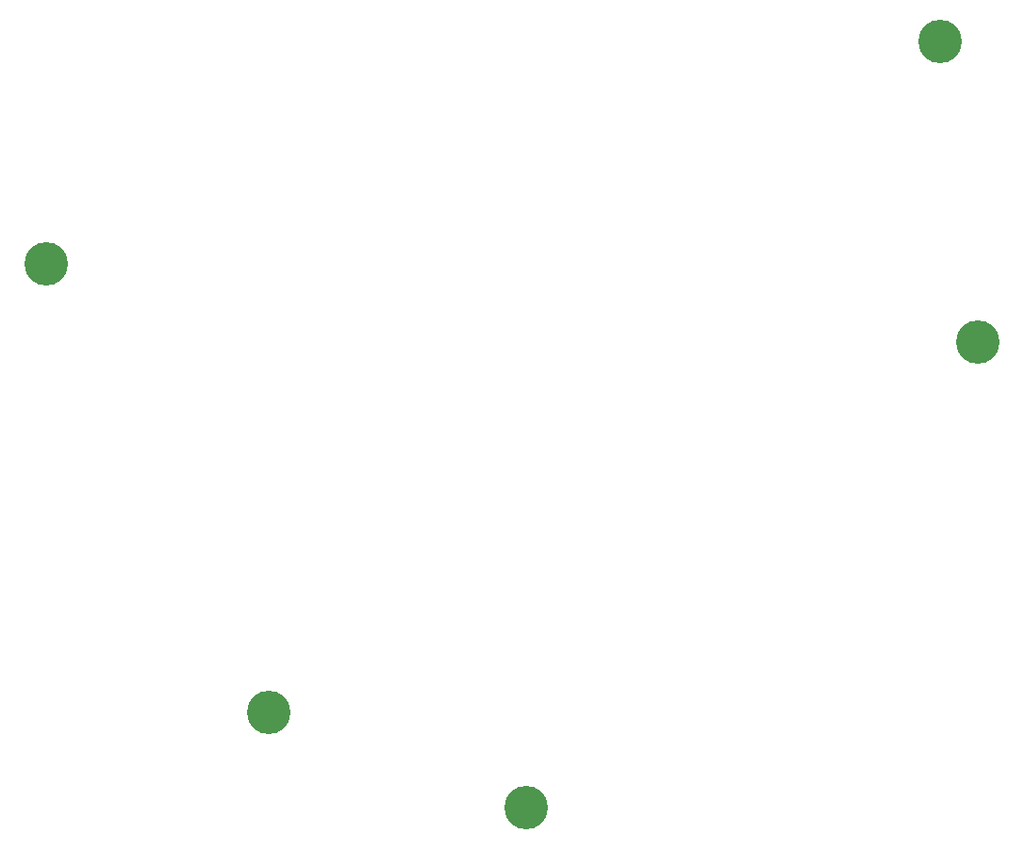
<source format=gbr>
%TF.GenerationSoftware,KiCad,Pcbnew,(6.0.7-1)-1*%
%TF.CreationDate,2022-09-15T11:20:25-04:00*%
%TF.ProjectId,skyline_pcb_bottom_plate,736b796c-696e-4655-9f70-63625f626f74,v1.0.0*%
%TF.SameCoordinates,Original*%
%TF.FileFunction,Soldermask,Bot*%
%TF.FilePolarity,Negative*%
%FSLAX46Y46*%
G04 Gerber Fmt 4.6, Leading zero omitted, Abs format (unit mm)*
G04 Created by KiCad (PCBNEW (6.0.7-1)-1) date 2022-09-15 11:20:25*
%MOMM*%
%LPD*%
G01*
G04 APERTURE LIST*
%ADD10C,2.700000*%
%ADD11C,3.900000*%
G04 APERTURE END LIST*
D10*
%TO.C,REF\u002A\u002A*%
X189920000Y-203813307D03*
D11*
X189920000Y-203813307D03*
%TD*%
%TO.C,REF\u002A\u002A*%
X227094716Y-134929619D03*
D10*
X227094716Y-134929619D03*
%TD*%
%TO.C,REF\u002A\u002A*%
X166820000Y-195213307D03*
D11*
X166820000Y-195213307D03*
%TD*%
D10*
%TO.C,REF\u002A\u002A*%
X230520000Y-161913307D03*
D11*
X230520000Y-161913307D03*
%TD*%
D10*
%TO.C,REF\u002A\u002A*%
X146830000Y-154953307D03*
D11*
X146830000Y-154953307D03*
%TD*%
M02*

</source>
